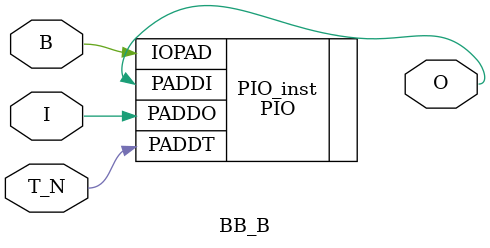
<source format=v>
`timescale 1ns/1ns
module BB_B (T_N, I, O, B);

	//Port Type List [Expanded Bus/Bit]
	input T_N;
	input I;
	output O;
	inout B;



	//IP Ports Tied Off for Simulation

	PIO PIO_inst(.PADDT(T_N), .PADDO(I), .PADDI(O), .IOPAD(B));


endmodule

</source>
